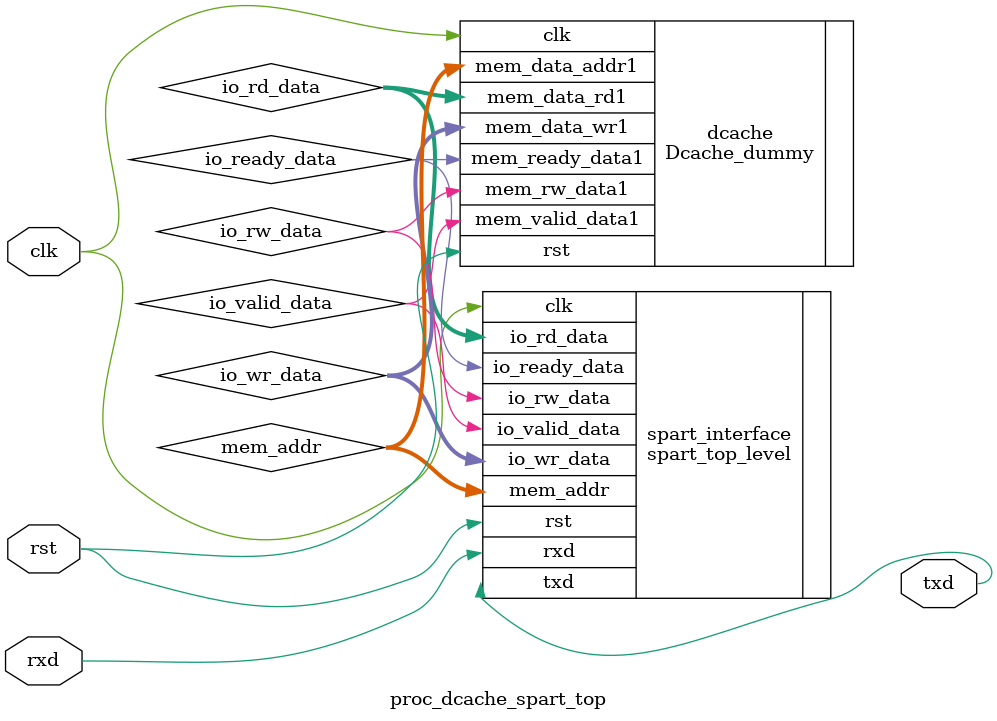
<source format=v>
`timescale 1ns / 1ps
module proc_dcache_spart_top(
		input clk,
		input rst,
		
		input rxd,
		output txd

    );

	wire [31:0] io_wr_data;
	wire [31:0] io_rd_data;
	wire [27:0] mem_addr;
	wire 		io_rw_data;
	wire		io_valid_data;
	wire		io_ready_data;

	Dcache_dummy dcache
	(
		.clk(clk),
		.rst(rst),
		
		.mem_data_wr1(io_wr_data),								
		.mem_data_rd1(io_rd_data),		
		.mem_data_addr1(mem_addr),
		.mem_rw_data1(io_rw_data),
		.mem_valid_data1(io_valid_data),								
		.mem_ready_data1(io_ready_data)
		
    );
	
	spart_top_level spart_interface
	(
		.clk(clk),         // 100mhz clock
		.rst(rst),         // Asynchronous reset, tied to dip switch 0
		.txd(txd),        // RS232 Transmit Data
		.rxd(rxd),         // RS232 Receive Data
	
	// Clocks from DDR2 for ChipScope
//	input clk0_tb,    
//	input clk200_out,
	
	// Signals from/to SPART Cache interface
		.io_rw_data(io_rw_data),
		.io_valid_data(io_valid_data),
		.io_ready_data(io_ready_data),
		.mem_addr(mem_addr),
		.io_rd_data(io_rd_data),
		.io_wr_data(io_wr_data)
    );
endmodule

</source>
